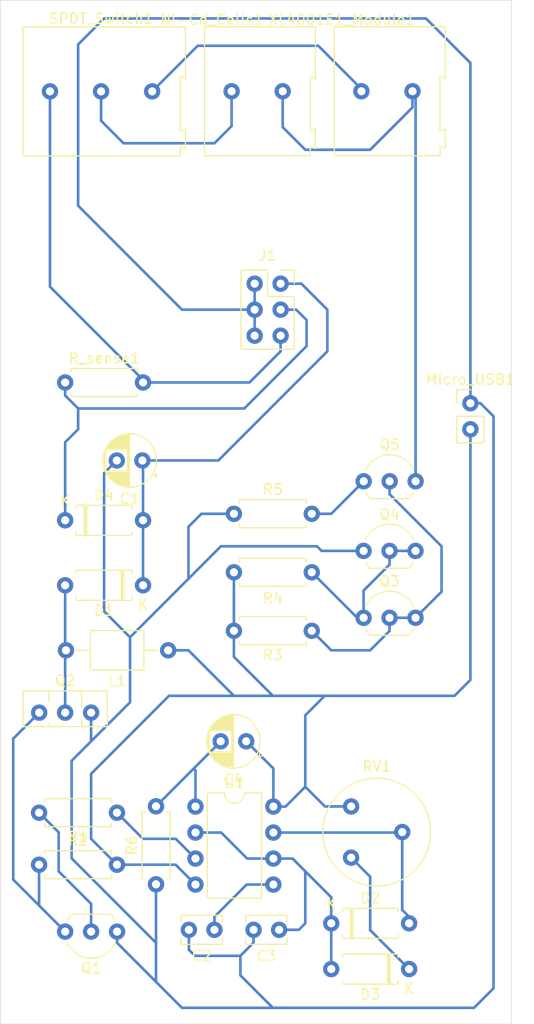
<source format=kicad_pcb>
(kicad_pcb (version 20240108) (generator "pcbnew") (generator_version "8.0")
  (layers (0 "F.Cu" signal) (31 "B.Cu" signal) (34 "B.Paste" user) (35 "F.Paste" user) (36 "B.SilkS" user "B.Silkscreen") (37 "F.SilkS" user "F.Silkscreen") (38 "B.Mask" user) (39 "F.Mask" user) (44 "Edge.Cuts" user))
  (net 0 "")
  (net 1 "V_boosted")
  (net 2 "GND")
  (net 3 "Net-(U1-CV)")
  (net 4 "Net-(D2-K)")
  (net 5 "+5V")
  (net 6 "Net-(D1-A)")
  (net 7 "Net-(D2-A)")
  (net 8 "Net-(D3-K)")
  (net 9 "R_sense_+")
  (net 10 "R_sense_-")
  (net 11 "Cells_+")
  (net 12 "Cells_-")
  (net 13 "Net-(Q1-B)")
  (net 14 "Net-(Q1-C)")
  (net 15 "Net-(Q3-B)")
  (net 16 "Net-(Q3-E)")
  (net 17 "Net-(Q5-E)")
  (net 18 "Net-(U1-Q)")
  (net 19 "SPDT_Switch_Pos_2")
  (footprint "Package_DIP:DIP-8_W7.62mm" (layer "F.Cu") (at 146.1 113.055)
    (property "Reference" "U1" (at 3.81 -2.33 0) (layer "F.SilkS"))
    (property "Value" "NE555P")
    (pad "1" thru_hole circle (at 0 0) (size 1.6 1.6) (drill 0.8) (layers "*.Cu" "*.Mask") (net 2 "GND"))
    (pad "2" thru_hole circle (at 0 2.54) (size 1.6 1.6) (drill 0.8) (layers "*.Cu" "*.Mask") (net 4 "Net-(D2-K)"))
    (pad "3" thru_hole circle (at 0 5.08) (size 1.6 1.6) (drill 0.8) (layers "*.Cu" "*.Mask") (net 18 "Net-(U1-Q)"))
    (pad "4" thru_hole circle (at 0 7.62) (size 1.6 1.6) (drill 0.8) (layers "*.Cu" "*.Mask") (net 5 "+5V"))
    (pad "5" thru_hole circle (at 7.62 7.62) (size 1.6 1.6) (drill 0.8) (layers "*.Cu" "*.Mask") (net 3 "Net-(U1-CV)"))
    (pad "6" thru_hole circle (at 7.62 5.08) (size 1.6 1.6) (drill 0.8) (layers "*.Cu" "*.Mask") (net 4 "Net-(D2-K)"))
    (pad "7" thru_hole circle (at 7.62 2.54) (size 1.6 1.6) (drill 0.8) (layers "*.Cu" "*.Mask") (net 7 "Net-(D2-A)"))
    (pad "8" thru_hole circle (at 7.62 0) (size 1.6 1.6) (drill 0.8) (layers "*.Cu" "*.Mask") (net 5 "+5V"))
  )
  (footprint "Connector_PinHeader_2.54mm:PinHeader_1x02_P2.54mm_Vertical" (layer "F.Cu") (at 173 73.66)
    (property "Reference" "Micro_USB1" (at 0 -2.33 0) (layer "F.SilkS"))
    (property "Value" "Conn_01x02_Pin")
    (pad "1" thru_hole circle (at 0 0) (size 1.6 1.6) (drill 0.8) (layers "*.Cu" "*.Mask") (net 2 "GND"))
    (pad "2" thru_hole circle (at 0 2.54) (size 1.6 1.6) (drill 0.8) (layers "*.Cu" "*.Mask") (net 5 "+5V"))
  )
  (footprint "Diode_THT:D_A-405_P7.62mm_Horizontal" (layer "F.Cu") (at 167.005 128.93 180)
    (property "Reference" "D3" (at 3.81 -2.47 180) (layer "F.SilkS"))
    (property "Value" "1N5817")
    (fp_text user "K" (at 0 -1.9 180) (layer "F.SilkS"))
    (pad "1" thru_hole circle (at 0 0 180) (size 1.6 1.6) (drill 0.8) (layers "*.Cu" "*.Mask") (net 8 "Net-(D3-K)"))
    (pad "2" thru_hole circle (at 7.62 0 180) (size 1.6 1.6) (drill 0.8) (layers "*.Cu" "*.Mask") (net 4 "Net-(D2-K)"))
  )
  (footprint "Resistor_THT:R_Axial_DIN0207_L6.3mm_D2.5mm_P7.62mm_Horizontal" (layer "F.Cu") (at 157.48 90.17 180)
    (property "Reference" "R4" (at 3.81 -2.54 180) (layer "F.SilkS"))
    (property "Value" "1K")
    (pad "1" thru_hole circle (at 0 0 180) (size 1.6 1.6) (drill 0.8) (layers "*.Cu" "*.Mask") (net 16 "Net-(Q3-E)"))
    (pad "2" thru_hole circle (at 7.62 0 180) (size 1.6 1.6) (drill 0.8) (layers "*.Cu" "*.Mask") (net 5 "+5V"))
  )
  (footprint "Package_TO_SOT_THT:TO-92L_Inline_Wide" (layer "F.Cu") (at 162.55 94.615)
    (property "Reference" "Q3" (at 2.54 -3.56 0) (layer "F.SilkS"))
    (property "Value" "Q_NPN_EBC")
    (pad "1" thru_hole circle (at 0 0) (size 1.6 1.6) (drill 0.8) (layers "*.Cu" "*.Mask") (net 16 "Net-(Q3-E)"))
    (pad "2" thru_hole circle (at 2.54 0) (size 1.6 1.6) (drill 0.8) (layers "*.Cu" "*.Mask") (net 15 "Net-(Q3-B)"))
    (pad "3" thru_hole circle (at 5.08 0) (size 1.6 1.6) (drill 0.8) (layers "*.Cu" "*.Mask") (net 15 "Net-(Q3-B)"))
  )
  (footprint "Capacitor_THT:C_Disc_D3.8mm_W2.6mm_P2.50mm" (layer "F.Cu") (at 147.955 125.095 180)
    (property "Reference" "C2" (at 1.25 -2.55 180) (layer "F.SilkS"))
    (property "Value" "0.01u")
    (pad "1" thru_hole circle (at 0 0 180) (size 1.6 1.6) (drill 0.8) (layers "*.Cu" "*.Mask") (net 3 "Net-(U1-CV)"))
    (pad "2" thru_hole circle (at 2.5 0 180) (size 1.6 1.6) (drill 0.8) (layers "*.Cu" "*.Mask") (net 2 "GND"))
  )
  (footprint "TerminalBlock:TerminalBlock_Altech_AK300-3_P5.00mm" (layer "F.Cu") (at 131.865 43.19)
    (property "Reference" "SPDT_Switch1" (at 5 -7.1 0) (layer "F.SilkS"))
    (property "Value" "Screw_Terminal_01x03")
    (pad "1" thru_hole circle (at 0 0) (size 1.6 1.6) (drill 0.8) (layers "*.Cu" "*.Mask") (net 10 "R_sense_-"))
    (pad "2" thru_hole circle (at 5 0) (size 1.6 1.6) (drill 0.8) (layers "*.Cu" "*.Mask") (net 11 "Cells_+"))
    (pad "3" thru_hole circle (at 10 0) (size 1.6 1.6) (drill 0.8) (layers "*.Cu" "*.Mask") (net 19 "SPDT_Switch_Pos_2"))
  )
  (footprint "Package_TO_SOT_THT:TO-92L_Inline_Wide" (layer "F.Cu") (at 138.43 125.27 180)
    (property "Reference" "Q1" (at 2.54 -3.56 180) (layer "F.SilkS"))
    (property "Value" "2N2222A")
    (pad "1" thru_hole circle (at 0 0 180) (size 1.6 1.6) (drill 0.8) (layers "*.Cu" "*.Mask") (net 2 "GND"))
    (pad "2" thru_hole circle (at 2.54 0 180) (size 1.6 1.6) (drill 0.8) (layers "*.Cu" "*.Mask") (net 13 "Net-(Q1-B)"))
    (pad "3" thru_hole circle (at 5.08 0 180) (size 1.6 1.6) (drill 0.8) (layers "*.Cu" "*.Mask") (net 14 "Net-(Q1-C)"))
  )
  (footprint "TerminalBlock:TerminalBlock_Altech_AK300-2_P5.00mm" (layer "F.Cu") (at 162.335 43.18)
    (property "Reference" "XL4001E1_Module1" (at -1.92 -6.99 0) (layer "F.SilkS"))
    (property "Value" "Screw_Terminal_01x02")
    (pad "1" thru_hole circle (at 0 0) (size 1.6 1.6) (drill 0.8) (layers "*.Cu" "*.Mask") (net 19 "SPDT_Switch_Pos_2"))
    (pad "2" thru_hole circle (at 5 0) (size 1.6 1.6) (drill 0.8) (layers "*.Cu" "*.Mask") (net 12 "Cells_-"))
  )
  (footprint "Capacitor_THT:C_Disc_D3.8mm_W2.6mm_P2.50mm" (layer "F.Cu") (at 154.285 125.095 180)
    (property "Reference" "C3" (at 1.25 -2.55 180) (layer "F.SilkS"))
    (property "Value" "1n")
    (pad "1" thru_hole circle (at 0 0 180) (size 1.6 1.6) (drill 0.8) (layers "*.Cu" "*.Mask") (net 4 "Net-(D2-K)"))
    (pad "2" thru_hole circle (at 2.5 0 180) (size 1.6 1.6) (drill 0.8) (layers "*.Cu" "*.Mask") (net 2 "GND"))
  )
  (footprint "Package_TO_SOT_THT:TO-92L_Inline_Wide" (layer "F.Cu") (at 162.55 88.08)
    (property "Reference" "Q4" (at 2.54 -3.56 0) (layer "F.SilkS"))
    (property "Value" "Q_NPN_EBC")
    (pad "1" thru_hole circle (at 0 0) (size 1.6 1.6) (drill 0.8) (layers "*.Cu" "*.Mask") (net 2 "GND"))
    (pad "2" thru_hole circle (at 2.54 0) (size 1.6 1.6) (drill 0.8) (layers "*.Cu" "*.Mask") (net 16 "Net-(Q3-E)"))
    (pad "3" thru_hole circle (at 5.08 0) (size 1.6 1.6) (drill 0.8) (layers "*.Cu" "*.Mask") (net 16 "Net-(Q3-E)"))
  )
  (footprint "Potentiometer_THT:Potentiometer_Piher_PT-10-V05_Vertical" (layer "F.Cu") (at 161.33 118.045)
    (property "Reference" "RV1" (at 2.5 -8.9 0) (layer "F.SilkS"))
    (property "Value" "10K")
    (pad "1" thru_hole circle (at 0 0) (size 1.6 1.6) (drill 0.8) (layers "*.Cu" "*.Mask") (net 8 "Net-(D3-K)"))
    (pad "2" thru_hole circle (at 5 -2.5) (size 1.6 1.6) (drill 0.8) (layers "*.Cu" "*.Mask") (net 7 "Net-(D2-A)"))
    (pad "3" thru_hole circle (at 0 -5) (size 1.6 1.6) (drill 0.8) (layers "*.Cu" "*.Mask") (net 5 "+5V"))
  )
  (footprint "Inductor_THT:L_Axial_L5.0mm_D3.6mm_P10.00mm_Horizontal_Murata_BL01RN1A2A2" (layer "F.Cu") (at 143.43 97.79 180)
    (property "Reference" "L1" (at 5 -3 180) (layer "F.SilkS"))
    (property "Value" "100u")
    (pad "1" thru_hole circle (at 0 0 180) (size 1.6 1.6) (drill 0.8) (layers "*.Cu" "*.Mask") (net 5 "+5V"))
    (pad "2" thru_hole circle (at 10 0 180) (size 1.6 1.6) (drill 0.8) (layers "*.Cu" "*.Mask") (net 6 "Net-(D1-A)"))
  )
  (footprint "Capacitor_THT:CP_Radial_D5.0mm_P2.50mm" (layer "F.Cu") (at 151.065113 106.68 180)
    (property "Reference" "C4" (at 1.25 -3.75 180) (layer "F.SilkS"))
    (property "Value" "100u")
    (pad "1" thru_hole circle (at 0 0 180) (size 1.6 1.6) (drill 0.8) (layers "*.Cu" "*.Mask") (net 5 "+5V"))
    (pad "2" thru_hole circle (at 2.5 0 180) (size 1.6 1.6) (drill 0.8) (layers "*.Cu" "*.Mask") (net 2 "GND"))
  )
  (footprint "Resistor_THT:R_Axial_DIN0207_L6.3mm_D2.5mm_P7.62mm_Horizontal" (layer "F.Cu") (at 157.48 95.885 180)
    (property "Reference" "R3" (at 3.81 -2.37 180) (layer "F.SilkS"))
    (property "Value" "1K")
    (pad "1" thru_hole circle (at 0 0 180) (size 1.6 1.6) (drill 0.8) (layers "*.Cu" "*.Mask") (net 15 "Net-(Q3-B)"))
    (pad "2" thru_hole circle (at 7.62 0 180) (size 1.6 1.6) (drill 0.8) (layers "*.Cu" "*.Mask") (net 5 "+5V"))
  )
  (footprint "Capacitor_THT:CP_Radial_D5.0mm_P2.50mm" (layer "F.Cu") (at 140.905113 79.248 180)
    (property "Reference" "C1" (at 1.25 -3.75 180) (layer "F.SilkS"))
    (property "Value" "100u")
    (pad "1" thru_hole circle (at 0 0 180) (size 1.6 1.6) (drill 0.8) (layers "*.Cu" "*.Mask") (net 1 "V_boosted"))
    (pad "2" thru_hole circle (at 2.5 0 180) (size 1.6 1.6) (drill 0.8) (layers "*.Cu" "*.Mask") (net 2 "GND"))
  )
  (footprint "Diode_THT:D_A-405_P7.62mm_Horizontal" (layer "F.Cu") (at 133.35 85.09)
    (property "Reference" "D4" (at 3.81 -2.47 0) (layer "F.SilkS"))
    (property "Value" "1N4001")
    (fp_text user "K" (at 0 -1.9 0) (layer "F.SilkS"))
    (pad "1" thru_hole circle (at 0 0) (size 1.6 1.6) (drill 0.8) (layers "*.Cu" "*.Mask") (net 9 "R_sense_+"))
    (pad "2" thru_hole circle (at 7.62 0) (size 1.6 1.6) (drill 0.8) (layers "*.Cu" "*.Mask") (net 1 "V_boosted"))
  )
  (footprint "TerminalBlock:TerminalBlock_Altech_AK300-2_P5.00mm" (layer "F.Cu") (at 149.635 43.18)
    (property "Reference" "Ni-Cd_Cells1" (at -1.92 -6.99 0) (layer "F.SilkS"))
    (property "Value" "Screw_Terminal_01x02")
    (pad "1" thru_hole circle (at 0 0) (size 1.6 1.6) (drill 0.8) (layers "*.Cu" "*.Mask") (net 11 "Cells_+"))
    (pad "2" thru_hole circle (at 5 0) (size 1.6 1.6) (drill 0.8) (layers "*.Cu" "*.Mask") (net 12 "Cells_-"))
  )
  (footprint "Resistor_THT:R_Axial_DIN0207_L6.3mm_D2.5mm_P7.62mm_Horizontal" (layer "F.Cu") (at 142.24 120.65 90)
    (property "Reference" "R6" (at 3.81 -2.37 -90) (layer "F.SilkS"))
    (property "Value" "0")
    (pad "1" thru_hole circle (at 0 0 90) (size 1.6 1.6) (drill 0.8) (layers "*.Cu" "*.Mask") (net 2 "GND"))
    (pad "2" thru_hole circle (at 7.62 0 90) (size 1.6 1.6) (drill 0.8) (layers "*.Cu" "*.Mask") (net 2 "GND"))
  )
  (footprint "Package_TO_SOT_THT:TO-92L_Inline_Wide" (layer "F.Cu") (at 162.56 81.28)
    (property "Reference" "Q5" (at 2.54 -3.56 0) (layer "F.SilkS"))
    (property "Value" "Q_NPN_EBC")
    (pad "1" thru_hole circle (at 0 0) (size 1.6 1.6) (drill 0.8) (layers "*.Cu" "*.Mask") (net 17 "Net-(Q5-E)"))
    (pad "2" thru_hole circle (at 2.54 0) (size 1.6 1.6) (drill 0.8) (layers "*.Cu" "*.Mask") (net 15 "Net-(Q3-B)"))
    (pad "3" thru_hole circle (at 5.08 0) (size 1.6 1.6) (drill 0.8) (layers "*.Cu" "*.Mask") (net 12 "Cells_-"))
  )
  (footprint "Resistor_THT:R_Axial_DIN0207_L6.3mm_D2.5mm_P7.62mm_Horizontal" (layer "F.Cu") (at 149.86 84.455)
    (property "Reference" "R5" (at 3.81 -2.37 0) (layer "F.SilkS"))
    (property "Value" "10")
    (pad "1" thru_hole circle (at 0 0) (size 1.6 1.6) (drill 0.8) (layers "*.Cu" "*.Mask") (net 2 "GND"))
    (pad "2" thru_hole circle (at 7.62 0) (size 1.6 1.6) (drill 0.8) (layers "*.Cu" "*.Mask") (net 17 "Net-(Q5-E)"))
  )
  (footprint "Connector_PinSocket_2.54mm:PinSocket_2x03_P2.54mm_Vertical" (layer "F.Cu") (at 154.432 61.976)
    (property "Reference" "J1" (at -1.27 -2.77 0) (layer "F.SilkS"))
    (property "Value" "Conn_02x03_Odd_Even")
    (pad "1" thru_hole circle (at 0 0) (size 1.6 1.6) (drill 0.8) (layers "*.Cu" "*.Mask") (net 1 "V_boosted"))
    (pad "2" thru_hole circle (at -2.54 0) (size 1.6 1.6) (drill 0.8) (layers "*.Cu" "*.Mask") (net 2 "GND"))
    (pad "3" thru_hole circle (at 0 2.54) (size 1.6 1.6) (drill 0.8) (layers "*.Cu" "*.Mask") (net 9 "R_sense_+"))
    (pad "4" thru_hole circle (at -2.54 2.54) (size 1.6 1.6) (drill 0.8) (layers "*.Cu" "*.Mask") (net 2 "GND"))
    (pad "5" thru_hole circle (at 0 5.08) (size 1.6 1.6) (drill 0.8) (layers "*.Cu" "*.Mask") (net 10 "R_sense_-"))
    (pad "6" thru_hole circle (at -2.54 5.08) (size 1.6 1.6) (drill 0.8) (layers "*.Cu" "*.Mask") (net 2 "GND"))
  )
  (footprint "Resistor_THT:R_Axial_DIN0207_L6.3mm_D2.5mm_P7.62mm_Horizontal" (layer "F.Cu") (at 138.42 113.655 180)
    (property "Reference" "R1" (at 3.81 -2.37 180) (layer "F.SilkS"))
    (property "Value" "1K")
    (pad "1" thru_hole circle (at 0 0 180) (size 1.6 1.6) (drill 0.8) (layers "*.Cu" "*.Mask") (net 18 "Net-(U1-Q)"))
    (pad "2" thru_hole circle (at 7.62 0 180) (size 1.6 1.6) (drill 0.8) (layers "*.Cu" "*.Mask") (net 13 "Net-(Q1-B)"))
  )
  (footprint "Resistor_THT:R_Axial_DIN0207_L6.3mm_D2.5mm_P7.62mm_Horizontal" (layer "F.Cu") (at 133.35 71.628)
    (property "Reference" "R_sense1" (at 3.81 -2.37 0) (layer "F.SilkS"))
    (property "Value" "1")
    (pad "1" thru_hole circle (at 0 0) (size 1.6 1.6) (drill 0.8) (layers "*.Cu" "*.Mask") (net 9 "R_sense_+"))
    (pad "2" thru_hole circle (at 7.62 0) (size 1.6 1.6) (drill 0.8) (layers "*.Cu" "*.Mask") (net 10 "R_sense_-"))
  )
  (footprint "Diode_THT:D_A-405_P7.62mm_Horizontal" (layer "F.Cu") (at 159.385 124.46)
    (property "Reference" "D2" (at 3.81 -2.47 0) (layer "F.SilkS"))
    (property "Value" "1N5817")
    (fp_text user "K" (at 0 -1.9 0) (layer "F.SilkS"))
    (pad "1" thru_hole circle (at 0 0) (size 1.6 1.6) (drill 0.8) (layers "*.Cu" "*.Mask") (net 4 "Net-(D2-K)"))
    (pad "2" thru_hole circle (at 7.62 0) (size 1.6 1.6) (drill 0.8) (layers "*.Cu" "*.Mask") (net 7 "Net-(D2-A)"))
  )
  (footprint "Resistor_THT:R_Axial_DIN0207_L6.3mm_D2.5mm_P7.62mm_Horizontal" (layer "F.Cu") (at 130.8 118.735)
    (property "Reference" "R2" (at 3.81 -2.37 0) (layer "F.SilkS"))
    (property "Value" "470")
    (pad "1" thru_hole circle (at 0 0) (size 1.6 1.6) (drill 0.8) (layers "*.Cu" "*.Mask") (net 14 "Net-(Q1-C)"))
    (pad "2" thru_hole circle (at 7.62 0) (size 1.6 1.6) (drill 0.8) (layers "*.Cu" "*.Mask") (net 5 "+5V"))
  )
  (footprint "Package_TO_SOT_THT:TO-126-3_Vertical" (layer "F.Cu") (at 130.81 103.88)
    (property "Reference" "Q2" (at 2.54 -3.12 0) (layer "F.SilkS"))
    (property "Value" "IRF840")
    (pad "1" thru_hole circle (at 0 0) (size 1.6 1.6) (drill 0.8) (layers "*.Cu" "*.Mask") (net 14 "Net-(Q1-C)"))
    (pad "2" thru_hole circle (at 2.54 0) (size 1.6 1.6) (drill 0.8) (layers "*.Cu" "*.Mask") (net 6 "Net-(D1-A)"))
    (pad "3" thru_hole circle (at 5.08 0) (size 1.6 1.6) (drill 0.8) (layers "*.Cu" "*.Mask") (net 2 "GND"))
  )
  (footprint "Diode_THT:D_A-405_P7.62mm_Horizontal" (layer "F.Cu") (at 140.97 91.44 180)
    (property "Reference" "D1" (at 3.81 -2.47 180) (layer "F.SilkS"))
    (property "Value" "1N5817")
    (fp_text user "K" (at 0 -1.9 180) (layer "F.SilkS"))
    (pad "1" thru_hole circle (at 0 0 180) (size 1.6 1.6) (drill 0.8) (layers "*.Cu" "*.Mask") (net 1 "V_boosted"))
    (pad "2" thru_hole circle (at 7.62 0 180) (size 1.6 1.6) (drill 0.8) (layers "*.Cu" "*.Mask") (net 6 "Net-(D1-A)"))
  )
  (gr_rect (start 127 34.29) (end 177 134.29) (stroke (width 0.05)) (fill none) (layer "Edge.Cuts"))
  (segment (start 159.004 68.58) (end 159.004 64.516) (width 0.254) (layer "B.Cu") (net 1))
  (segment (start 159.004 64.516) (end 156.464 61.976) (width 0.254) (layer "B.Cu") (net 1))
  (segment (start 140.97 91.44) (end 140.97 85.09) (width 0.254) (layer "B.Cu") (net 1))
  (segment (start 156.464 61.976) (end 154.432 61.976) (width 0.254) (layer "B.Cu") (net 1))
  (segment (start 140.97 79.312887) (end 140.905113 79.248) (width 0.254) (layer "B.Cu") (net 1))
  (segment (start 140.97 85.09) (end 140.97 79.312887) (width 0.254) (layer "B.Cu") (net 1))
  (segment (start 148.336 79.248) (end 159.004 68.58) (width 0.254) (layer "B.Cu") (net 1))
  (segment (start 140.905113 79.248) (end 148.336 79.248) (width 0.254) (layer "B.Cu") (net 1))
  (segment (start 135.89 106.68) (end 139.7 102.87) (width 0.254) (layer "B.Cu") (net 2))
  (segment (start 145.455 127.04) (end 146.05 127.635) (width 0.254) (layer "B.Cu") (net 2))
  (segment (start 173.355 132.715) (end 154.94 132.715) (width 0.254) (layer "B.Cu") (net 2))
  (segment (start 151.892 61.976) (end 151.892 64.516) (width 0.254) (layer "B.Cu") (net 2))
  (segment (start 135.89 103.88) (end 135.89 106.68) (width 0.254) (layer "B.Cu") (net 2))
  (segment (start 145.415 90.805) (end 148.59 87.63) (width 0.254) (layer "B.Cu") (net 2))
  (segment (start 173 73.66) (end 173.99 73.66) (width 0.254) (layer "B.Cu") (net 2))
  (segment (start 149.86 84.455) (end 146.685 84.455) (width 0.254) (layer "B.Cu") (net 2))
  (segment (start 148.59 87.63) (end 157.988 87.63) (width 0.254) (layer "B.Cu") (net 2))
  (segment (start 150.495 127.635) (end 150.495 129.54) (width 0.254) (layer "B.Cu") (net 2))
  (segment (start 173 40.412) (end 173 73.66) (width 0.254) (layer "B.Cu") (net 2))
  (segment (start 137.16 80.493113) (end 137.16 93.98) (width 0.254) (layer "B.Cu") (net 2))
  (segment (start 142.24 113.03) (end 145.923 109.347) (width 0.254) (layer "B.Cu") (net 2))
  (segment (start 145.923 109.347) (end 148.565113 106.704887) (width 0.254) (layer "B.Cu") (net 2))
  (segment (start 139.7 96.52) (end 145.415 90.805) (width 0.254) (layer "B.Cu") (net 2))
  (segment (start 142.24 126.365) (end 142.24 130.175) (width 0.254) (layer "B.Cu") (net 2))
  (segment (start 138.405113 79.248) (end 137.16 80.493113) (width 0.254) (layer "B.Cu") (net 2))
  (segment (start 157.988 87.63) (end 158.438 88.08) (width 0.254) (layer "B.Cu") (net 2))
  (segment (start 144.78 64.516) (end 134.62 54.356) (width 0.254) (layer "B.Cu") (net 2))
  (segment (start 146.05 127.635) (end 150.495 127.635) (width 0.254) (layer "B.Cu") (net 2))
  (segment (start 146.1 113.055) (end 146.1 109.524) (width 0.254) (layer "B.Cu") (net 2))
  (segment (start 139.7 102.87) (end 139.7 96.52) (width 0.254) (layer "B.Cu") (net 2))
  (segment (start 175.26 74.93) (end 175.26 130.81) (width 0.254) (layer "B.Cu") (net 2))
  (segment (start 158.438 88.08) (end 162.55 88.08) (width 0.254) (layer "B.Cu") (net 2))
  (segment (start 168.656 36.068) (end 173 40.412) (width 0.254) (layer "B.Cu") (net 2))
  (segment (start 150.495 129.54) (end 153.67 132.715) (width 0.254) (layer "B.Cu") (net 2))
  (segment (start 142.875 113.03) (end 142.9 113.055) (width 0.254) (layer "B.Cu") (net 2))
  (segment (start 137.16 36.068) (end 168.656 36.068) (width 0.254) (layer "B.Cu") (net 2))
  (segment (start 142.24 130.175) (end 143.51 131.445) (width 0.254) (layer "B.Cu") (net 2))
  (segment (start 175.26 130.81) (end 173.355 132.715) (width 0.254) (layer "B.Cu") (net 2))
  (segment (start 143.51 131.445) (end 144.78 132.715) (width 0.254) (layer "B.Cu") (net 2))
  (segment (start 138.43 125.27) (end 138.43 126.365) (width 0.254) (layer "B.Cu") (net 2))
  (segment (start 142.24 120.65) (end 142.24 126.365) (width 0.254) (layer "B.Cu") (net 2))
  (segment (start 151.892 67.056) (end 151.892 64.516) (width 0.254) (layer "B.Cu") (net 2))
  (segment (start 134.62 54.356) (end 134.62 38.608) (width 0.254) (layer "B.Cu") (net 2))
  (segment (start 135.89 106.68) (end 133.985 108.585) (width 0.254) (layer "B.Cu") (net 2))
  (segment (start 144.78 132.715) (end 154.94 132.715) (width 0.254) (layer "B.Cu") (net 2))
  (segment (start 145.415 85.725) (end 145.415 90.805) (width 0.254) (layer "B.Cu") (net 2))
  (segment (start 146.685 84.455) (end 145.415 85.725) (width 0.254) (layer "B.Cu") (net 2))
  (segment (start 173.99 73.66) (end 175.26 74.93) (width 0.254) (layer "B.Cu") (net 2))
  (segment (start 153.67 132.715) (end 154.94 132.715) (width 0.254) (layer "B.Cu") (net 2))
  (segment (start 146.1 109.524) (end 145.923 109.347) (width 0.254) (layer "B.Cu") (net 2))
  (segment (start 133.985 118.11) (end 142.24 126.365) (width 0.254) (layer "B.Cu") (net 2))
  (segment (start 148.565113 106.704887) (end 148.565113 106.68) (width 0.254) (layer "B.Cu") (net 2))
  (segment (start 151.892 64.516) (end 144.78 64.516) (width 0.254) (layer "B.Cu") (net 2))
  (segment (start 151.785 126.345) (end 151.785 125.095) (width 0.254) (layer "B.Cu") (net 2))
  (segment (start 133.985 108.585) (end 133.985 118.11) (width 0.254) (layer "B.Cu") (net 2))
  (segment (start 145.455 125.095) (end 145.455 127.04) (width 0.254) (layer "B.Cu") (net 2))
  (segment (start 150.495 127.635) (end 151.785 126.345) (width 0.254) (layer "B.Cu") (net 2))
  (segment (start 138.43 126.365) (end 142.24 130.175) (width 0.254) (layer "B.Cu") (net 2))
  (segment (start 134.62 38.608) (end 137.16 36.068) (width 0.254) (layer "B.Cu") (net 2))
  (segment (start 137.16 93.98) (end 139.7 96.52) (width 0.254) (layer "B.Cu") (net 2))
  (segment (start 147.955 123.825) (end 151.105 120.675) (width 0.254) (layer "B.Cu") (net 3))
  (segment (start 147.955 125.095) (end 147.955 123.825) (width 0.254) (layer "B.Cu") (net 3))
  (segment (start 151.105 120.675) (end 153.72 120.675) (width 0.254) (layer "B.Cu") (net 3))
  (segment (start 159.385 121.92) (end 156.845 119.38) (width 0.254) (layer "B.Cu") (net 4))
  (segment (start 155.6 118.135) (end 153.72 118.135) (width 0.254) (layer "B.Cu") (net 4))
  (segment (start 151.155 118.135) (end 148.615 115.595) (width 0.254) (layer "B.Cu") (net 4))
  (segment (start 148.615 115.595) (end 146.1 115.595) (width 0.254) (layer "B.Cu") (net 4))
  (segment (start 153.72 118.135) (end 151.155 118.135) (width 0.254) (layer "B.Cu") (net 4))
  (segment (start 156.845 124.46) (end 156.21 125.095) (width 0.254) (layer "B.Cu") (net 4))
  (segment (start 159.385 124.46) (end 159.385 121.92) (width 0.254) (layer "B.Cu") (net 4))
  (segment (start 154.285 125.095) (end 156.21 125.095) (width 0.254) (layer "B.Cu") (net 4))
  (segment (start 156.845 119.38) (end 155.6 118.135) (width 0.254) (layer "B.Cu") (net 4))
  (segment (start 156.845 124.46) (end 156.845 119.38) (width 0.254) (layer "B.Cu") (net 4))
  (segment (start 159.385 124.46) (end 159.385 128.93) (width 0.254) (layer "B.Cu") (net 4))
  (segment (start 151.065113 106.68) (end 153.72 109.334887) (width 0.254) (layer "B.Cu") (net 5))
  (segment (start 149.86 95.885) (end 149.86 98.425) (width 0.254) (layer "B.Cu") (net 5))
  (segment (start 158.765 113.045) (end 156.845 111.125) (width 0.254) (layer "B.Cu") (net 5))
  (segment (start 153.72 113.055) (end 154.915 113.055) (width 0.254) (layer "B.Cu") (net 5))
  (segment (start 149.86 98.425) (end 153.67 102.235) (width 0.254) (layer "B.Cu") (net 5))
  (segment (start 146.1 120.675) (end 144.16 118.735) (width 0.254) (layer "B.Cu") (net 5))
  (segment (start 171.45 102.235) (end 158.75 102.235) (width 0.254) (layer "B.Cu") (net 5))
  (segment (start 137.795 118.11) (end 135.89 116.205) (width 0.254) (layer "B.Cu") (net 5))
  (segment (start 149.86 102.235) (end 153.67 102.235) (width 0.254) (layer "B.Cu") (net 5))
  (segment (start 154.915 113.055) (end 156.845 111.125) (width 0.254) (layer "B.Cu") (net 5))
  (segment (start 173 100.685) (end 171.45 102.235) (width 0.254) (layer "B.Cu") (net 5))
  (segment (start 153.72 109.334887) (end 153.72 113.055) (width 0.254) (layer "B.Cu") (net 5))
  (segment (start 143.43 97.79) (end 145.415 97.79) (width 0.254) (layer "B.Cu") (net 5))
  (segment (start 135.89 116.205) (end 135.89 109.855) (width 0.254) (layer "B.Cu") (net 5))
  (segment (start 136.525 109.22) (end 141.605 104.14) (width 0.254) (layer "B.Cu") (net 5))
  (segment (start 145.415 97.79) (end 149.86 102.235) (width 0.254) (layer "B.Cu") (net 5))
  (segment (start 149.86 90.17) (end 149.86 95.885) (width 0.254) (layer "B.Cu") (net 5))
  (segment (start 173 76.2) (end 173 100.685) (width 0.254) (layer "B.Cu") (net 5))
  (segment (start 157.48 102.235) (end 158.75 102.235) (width 0.254) (layer "B.Cu") (net 5))
  (segment (start 161.33 113.045) (end 158.765 113.045) (width 0.254) (layer "B.Cu") (net 5))
  (segment (start 135.89 109.855) (end 136.525 109.22) (width 0.254) (layer "B.Cu") (net 5))
  (segment (start 141.605 104.14) (end 143.51 102.235) (width 0.254) (layer "B.Cu") (net 5))
  (segment (start 158.75 102.235) (end 156.845 104.14) (width 0.254) (layer "B.Cu") (net 5))
  (segment (start 156.845 104.14) (end 156.845 111.125) (width 0.254) (layer "B.Cu") (net 5))
  (segment (start 138.42 118.735) (end 137.795 118.11) (width 0.254) (layer "B.Cu") (net 5))
  (segment (start 156.845 102.235) (end 157.48 102.235) (width 0.254) (layer "B.Cu") (net 5))
  (segment (start 153.67 102.235) (end 156.845 102.235) (width 0.254) (layer "B.Cu") (net 5))
  (segment (start 144.16 118.735) (end 138.42 118.735) (width 0.254) (layer "B.Cu") (net 5))
  (segment (start 143.51 102.235) (end 149.86 102.235) (width 0.254) (layer "B.Cu") (net 5))
  (segment (start 133.35 97.71) (end 133.43 97.79) (width 0.254) (layer "B.Cu") (net 6))
  (segment (start 133.35 103.88) (end 133.35 97.87) (width 0.254) (layer "B.Cu") (net 6))
  (segment (start 133.35 97.87) (end 133.43 97.79) (width 0.254) (layer "B.Cu") (net 6))
  (segment (start 133.35 91.44) (end 133.35 97.71) (width 0.254) (layer "B.Cu") (net 6))
  (segment (start 166.28 115.595) (end 166.33 115.545) (width 0.254) (layer "B.Cu") (net 7))
  (segment (start 167.005 123.825) (end 166.33 123.15) (width 0.254) (layer "B.Cu") (net 7))
  (segment (start 153.72 115.595) (end 166.28 115.595) (width 0.254) (layer "B.Cu") (net 7))
  (segment (start 166.33 123.15) (end 166.33 115.545) (width 0.254) (layer "B.Cu") (net 7))
  (segment (start 167.005 124.46) (end 167.005 123.825) (width 0.254) (layer "B.Cu") (net 7))
  (segment (start 161.33 118.045) (end 163.195 119.91) (width 0.254) (layer "B.Cu") (net 8))
  (segment (start 163.195 119.91) (end 163.195 125.12) (width 0.254) (layer "B.Cu") (net 8))
  (segment (start 163.195 125.12) (end 167.005 128.93) (width 0.254) (layer "B.Cu") (net 8))
  (segment (start 155.956 64.516) (end 154.432 64.516) (width 0.254) (layer "B.Cu") (net 9))
  (segment (start 134.62 74.168) (end 150.876 74.168) (width 0.254) (layer "B.Cu") (net 9))
  (segment (start 156.972 65.532) (end 155.956 64.516) (width 0.254) (layer "B.Cu") (net 9))
  (segment (start 134.62 76.2) (end 134.62 74.168) (width 0.254) (layer "B.Cu") (net 9))
  (segment (start 133.35 77.47) (end 134.62 76.2) (width 0.254) (layer "B.Cu") (net 9))
  (segment (start 133.35 72.898) (end 134.62 74.168) (width 0.254) (layer "B.Cu") (net 9))
  (segment (start 133.35 71.628) (end 133.35 72.898) (width 0.254) (layer "B.Cu") (net 9))
  (segment (start 133.35 85.09) (end 133.35 77.47) (width 0.254) (layer "B.Cu") (net 9))
  (segment (start 156.972 68.072) (end 156.972 65.532) (width 0.254) (layer "B.Cu") (net 9))
  (segment (start 150.876 74.168) (end 156.972 68.072) (width 0.254) (layer "B.Cu") (net 9))
  (segment (start 140.97 71.628) (end 151.384 71.628) (width 0.254) (layer "B.Cu") (net 10))
  (segment (start 140.97 71.374) (end 131.865 62.269) (width 0.254) (layer "B.Cu") (net 10))
  (segment (start 131.865 62.269) (end 131.865 43.19) (width 0.254) (layer "B.Cu") (net 10))
  (segment (start 140.97 71.628) (end 140.97 71.374) (width 0.254) (layer "B.Cu") (net 10))
  (segment (start 154.432 68.58) (end 154.432 67.056) (width 0.254) (layer "B.Cu") (net 10))
  (segment (start 151.384 71.628) (end 154.432 68.58) (width 0.254) (layer "B.Cu") (net 10))
  (segment (start 136.865 46.06) (end 139.065 48.26) (width 0.254) (layer "B.Cu") (net 11))
  (segment (start 149.635 46.58) (end 149.635 43.18) (width 0.254) (layer "B.Cu") (net 11))
  (segment (start 139.065 48.26) (end 147.955 48.26) (width 0.254) (layer "B.Cu") (net 11))
  (segment (start 147.955 48.26) (end 149.635 46.58) (width 0.254) (layer "B.Cu") (net 11))
  (segment (start 136.865 43.19) (end 136.865 46.06) (width 0.254) (layer "B.Cu") (net 11))
  (segment (start 156.845 48.895) (end 163.195 48.895) (width 0.254) (layer "B.Cu") (net 12))
  (segment (start 154.635 46.685) (end 156.845 48.895) (width 0.254) (layer "B.Cu") (net 12))
  (segment (start 167.335 44.755) (end 167.335 43.18) (width 0.254) (layer "B.Cu") (net 12))
  (segment (start 154.635 43.18) (end 154.635 46.685) (width 0.254) (layer "B.Cu") (net 12))
  (segment (start 167.64 43.485) (end 167.335 43.18) (width 0.254) (layer "B.Cu") (net 12))
  (segment (start 163.195 48.895) (end 167.335 44.755) (width 0.254) (layer "B.Cu") (net 12))
  (segment (start 167.64 81.28) (end 167.64 43.485) (width 0.254) (layer "B.Cu") (net 12))
  (segment (start 135.89 122.555) (end 132.715 119.38) (width 0.254) (layer "B.Cu") (net 13))
  (segment (start 135.89 125.27) (end 135.89 122.555) (width 0.254) (layer "B.Cu") (net 13))
  (segment (start 132.715 115.57) (end 130.8 113.655) (width 0.254) (layer "B.Cu") (net 13))
  (segment (start 132.715 119.38) (end 132.715 115.57) (width 0.254) (layer "B.Cu") (net 13))
  (segment (start 128.27 120.19) (end 131.3575 123.2775) (width 0.254) (layer "B.Cu") (net 14))
  (segment (start 128.27 106.42) (end 128.27 120.19) (width 0.254) (layer "B.Cu") (net 14))
  (segment (start 131.3575 123.2775) (end 133.35 125.27) (width 0.254) (layer "B.Cu") (net 14))
  (segment (start 130.8 118.735) (end 130.8 122.72) (width 0.254) (layer "B.Cu") (net 14))
  (segment (start 130.8 122.72) (end 131.3575 123.2775) (width 0.254) (layer "B.Cu") (net 14))
  (segment (start 130.81 103.88) (end 128.27 106.42) (width 0.254) (layer "B.Cu") (net 14))
  (segment (start 165.09 95.895) (end 165.09 94.615) (width 0.254) (layer "B.Cu") (net 15))
  (segment (start 163.195 97.79) (end 165.09 95.895) (width 0.254) (layer "B.Cu") (net 15))
  (segment (start 157.48 95.885) (end 159.385 97.79) (width 0.254) (layer "B.Cu") (net 15))
  (segment (start 167.63 94.615) (end 170.18 92.065) (width 0.254) (layer "B.Cu") (net 15))
  (segment (start 159.385 97.79) (end 163.195 97.79) (width 0.254) (layer "B.Cu") (net 15))
  (segment (start 170.18 87.63) (end 165.1 82.55) (width 0.254) (layer "B.Cu") (net 15))
  (segment (start 170.18 92.065) (end 170.18 87.63) (width 0.254) (layer "B.Cu") (net 15))
  (segment (start 165.1 82.55) (end 165.1 81.28) (width 0.254) (layer "B.Cu") (net 15))
  (segment (start 165.09 94.615) (end 167.63 94.615) (width 0.254) (layer "B.Cu") (net 15))
  (segment (start 161.925 94.615) (end 162.55 94.615) (width 0.254) (layer "B.Cu") (net 16))
  (segment (start 162.55 91.958) (end 162.55 94.615) (width 0.254) (layer "B.Cu") (net 16))
  (segment (start 165.09 88.08) (end 165.09 89.418) (width 0.254) (layer "B.Cu") (net 16))
  (segment (start 157.48 90.17) (end 161.925 94.615) (width 0.254) (layer "B.Cu") (net 16))
  (segment (start 165.09 88.08) (end 167.63 88.08) (width 0.254) (layer "B.Cu") (net 16))
  (segment (start 165.09 89.418) (end 162.55 91.958) (width 0.254) (layer "B.Cu") (net 16))
  (segment (start 159.385 84.455) (end 162.56 81.28) (width 0.254) (layer "B.Cu") (net 17))
  (segment (start 157.48 84.455) (end 159.385 84.455) (width 0.254) (layer "B.Cu") (net 17))
  (segment (start 146.1 118.135) (end 145.44 118.135) (width 0.254) (layer "B.Cu") (net 18))
  (segment (start 146.1 118.135) (end 144.17 116.205) (width 0.254) (layer "B.Cu") (net 18))
  (segment (start 140.97 116.205) (end 138.42 113.655) (width 0.254) (layer "B.Cu") (net 18))
  (segment (start 144.17 116.205) (end 140.97 116.205) (width 0.254) (layer "B.Cu") (net 18))
  (segment (start 146.32 38.735) (end 158.115 38.735) (width 0.254) (layer "B.Cu") (net 19))
  (segment (start 141.865 43.19) (end 146.32 38.735) (width 0.254) (layer "B.Cu") (net 19))
  (segment (start 158.115 38.735) (end 162.335 42.955) (width 0.254) (layer "B.Cu") (net 19))
  (segment (start 162.335 42.955) (end 162.335 43.18) (width 0.254) (layer "B.Cu") (net 19))
)
</source>
